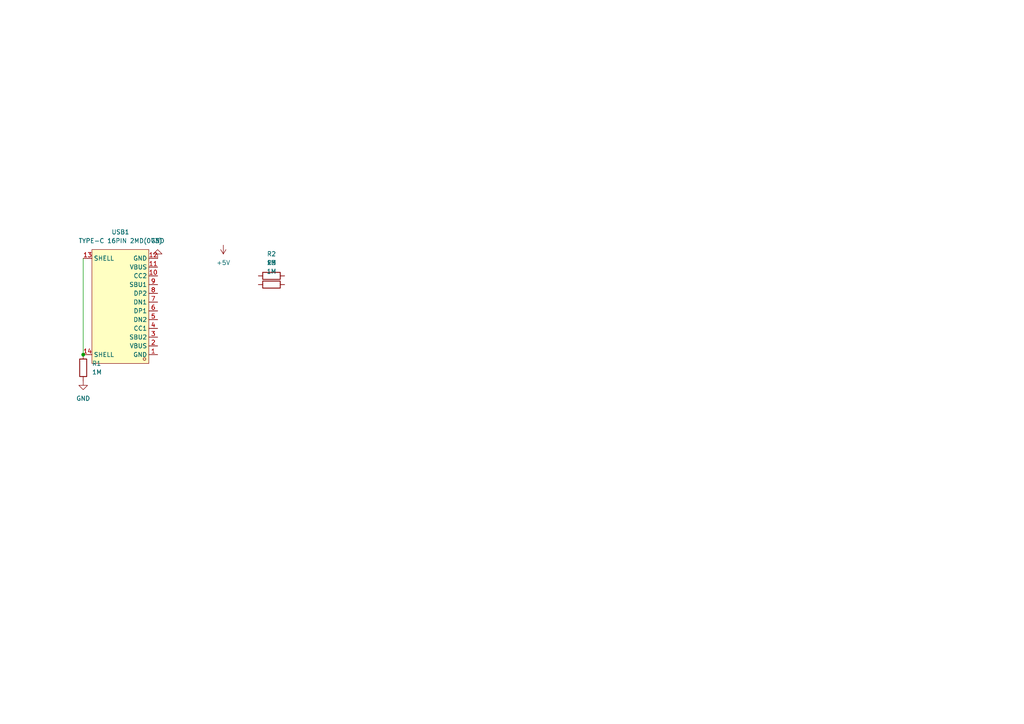
<source format=kicad_sch>
(kicad_sch (version 20231120) (generator "eeschema") (generator_version "8.0")
  (paper "A4")
  (lib_symbols
    (symbol "Device:R" (pin_numbers hide) (pin_names (offset 0))
      (property "Reference" "R" (at 2.032 0 90))
      (property "Value" "R" (at 0 0 90))
      (symbol "R_0_1"
        (rectangle (start -1.016 -2.54) (end 1.016 2.54) (stroke (width 0.254)))
      )
      (symbol "R_1_1"
        (pin passive line (at 0 3.81 270) (length 1.27) (name "~") (number "1"))
        (pin passive line (at 0 -3.81 90) (length 1.27) (name "~") (number "2"))
      )
    )
    (symbol "easyeda2kicad:TYPE-C16PIN2MD(073)"
      (property "Reference" "USB" (at 0 19.05 0))
      (property "Value" "TYPE-C 16PIN 2MD(073)" (at 0 -19.05 0))
      (symbol "TYPE-C16PIN2MD(073)_0_1"
        (rectangle (start -8.89 16.51) (end 7.62 -16.51) (fill (type background)))
        (circle (center -7.62 15.24) (radius 0.38))
        (pin unspecified line (at -11.43 13.97 0) (length 2.54) (name "GND") (number "1"))
        (pin unspecified line (at -11.43 -8.89 0) (length 2.54) (name "CC2") (number "10"))
        (pin unspecified line (at -11.43 -11.43 0) (length 2.54) (name "VBUS") (number "11"))
        (pin unspecified line (at -11.43 -13.97 0) (length 2.54) (name "GND") (number "12"))
        (pin unspecified line (at 10.16 -13.97 180) (length 2.54) (name "SHELL") (number "13"))
        (pin unspecified line (at 10.16 13.97 180) (length 2.54) (name "SHELL") (number "14"))
        (pin unspecified line (at -11.43 11.43 0) (length 2.54) (name "VBUS") (number "2"))
        (pin unspecified line (at -11.43 8.89 0) (length 2.54) (name "SBU2") (number "3"))
        (pin unspecified line (at -11.43 6.35 0) (length 2.54) (name "CC1") (number "4"))
        (pin unspecified line (at -11.43 3.81 0) (length 2.54) (name "DN2") (number "5"))
        (pin unspecified line (at -11.43 1.27 0) (length 2.54) (name "DP1") (number "6"))
        (pin unspecified line (at -11.43 -1.27 0) (length 2.54) (name "DN1") (number "7"))
        (pin unspecified line (at -11.43 -3.81 0) (length 2.54) (name "DP2") (number "8"))
        (pin unspecified line (at -11.43 -6.35 0) (length 2.54) (name "SBU1") (number "9"))
      )
    )
    (symbol "power:+5V" (power) (pin_numbers hide) (pin_names (offset 0) hide)
      (property "Value" "+5V" (at 0 3.556 0))
      (symbol "+5V_0_1"
        (polyline (pts (xy -0.762 1.27) (xy 0 2.54)))
        (polyline (pts (xy 0 0) (xy 0 2.54)))
        (polyline (pts (xy 0 2.54) (xy 0.762 1.27)))
      )
      (symbol "+5V_1_1"
        (pin power_in line (at 0 0 90) (length 0) (name "~") (number "1"))
      )
    )
    (symbol "power:GND" (power) (pin_numbers hide) (pin_names (offset 0) hide)
      (property "Value" "GND" (at 0 -3.81 0))
      (symbol "GND_0_1"
        (polyline (pts (xy 0 0) (xy 0 -1.27) (xy 1.27 -1.27) (xy 0 -2.54) (xy -1.27 -1.27) (xy 0 -1.27)))
      )
      (symbol "GND_1_1"
        (pin power_in line (at 0 0 270) (length 0) (name "~") (number "1"))
      )
    )
  )
  (junction (at 24.13 102.87))
  (wire (pts (xy 24.13 74.93) (xy 24.13 102.87)))
  (symbol (lib_id "power:+5V") (at 64.77 71.12 0) (mirror x) (unit 1)
    (property "Reference" "#PWR03" (effects (hide yes)))
    (property "Value" "+5V" (at 64.77 76.2 0))
    (property "Description" "Power symbol creates a global label with name \"+5V\"" (effects (hide yes)))
  )
  (symbol (lib_id "power:GND") (at 45.72 74.93 180) (unit 1)
    (property "Reference" "#PWR02" (effects (hide yes)))
    (property "Value" "GND" (at 45.72 69.85 0))
    (property "Description" "Power symbol creates a global label with name \"GND\" , ground" (effects (hide yes)))
  )
  (symbol (lib_id "Device:R") (at 24.13 106.68 0) (unit 1)
    (property "Reference" "R1" (at 26.67 105.4099 0) (effects (justify left)))
    (property "Value" "1M" (at 26.67 107.9499 0) (effects (justify left)))
    (property "Footprint" "Resistor_SMD:R_0805_2012Metric" (effects (hide yes)))
    (property "Description" "Resistor" (effects (hide yes)))
  )
  (symbol (lib_id "easyeda2kicad:TYPE-C16PIN2MD(073)") (at 34.29 88.9 180) (unit 1)
    (property "Reference" "USB1" (at 34.925 67.31 0))
    (property "Value" "TYPE-C 16PIN 2MD(073)" (at 34.925 69.85 0))
    (property "Footprint" "easyeda2kicad:USB-C-SMD_TYPE-C-6PIN-2MD-073" (effects (hide yes)))
    (property "LCSC Part" "C2765186" (effects (hide yes)))
  )
  (symbol (lib_id "Device:R") (at 78.74 82.55 90) (unit 1)
    (property "Reference" "R3" (at 78.74 76.2 90))
    (property "Value" "1M" (at 78.74 78.74 90))
    (property "Footprint" "Resistor_SMD:R_0805_2012Metric" (effects (hide yes)))
    (property "Description" "Resistor" (effects (hide yes)))
  )
  (symbol (lib_id "Device:R") (at 78.74 80.01 90) (unit 1)
    (property "Reference" "R2" (at 78.74 73.66 90))
    (property "Value" "1M" (at 78.74 76.2 90))
    (property "Footprint" "Resistor_SMD:R_0805_2012Metric" (effects (hide yes)))
    (property "Description" "Resistor" (effects (hide yes)))
  )
  (symbol (lib_id "power:GND") (at 24.13 110.49 0) (unit 1)
    (property "Reference" "#PWR01" (effects (hide yes)))
    (property "Value" "GND" (at 24.13 115.57 0))
    (property "Description" "Power symbol creates a global label with name \"GND\" , ground" (effects (hide yes)))
  )
)
</source>
